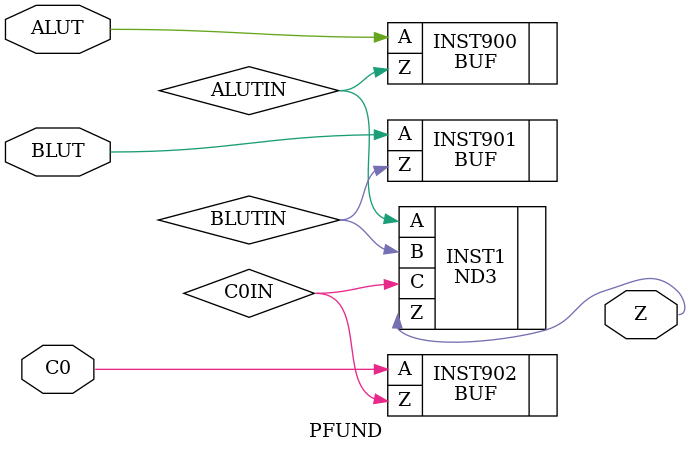
<source format=v>
`timescale 1 ns / 100 ps

/* Created by DB2VERILOG Version 1.2.0.3 on Thu Sep  8 14:28:58 1994 */
/* module compiled from "lsl2db 4.0.3" run */

module PFUND (ALUT, BLUT, C0, Z);
input  ALUT, BLUT, C0;
output Z;
ND3 INST1 (.A(ALUTIN), .B(BLUTIN), .C(C0IN), .Z(Z));
BUF INST900 (.A(ALUT), .Z(ALUTIN));
BUF INST901 (.A(BLUT), .Z(BLUTIN));
BUF INST902 (.A(C0), .Z(C0IN));

endmodule


</source>
